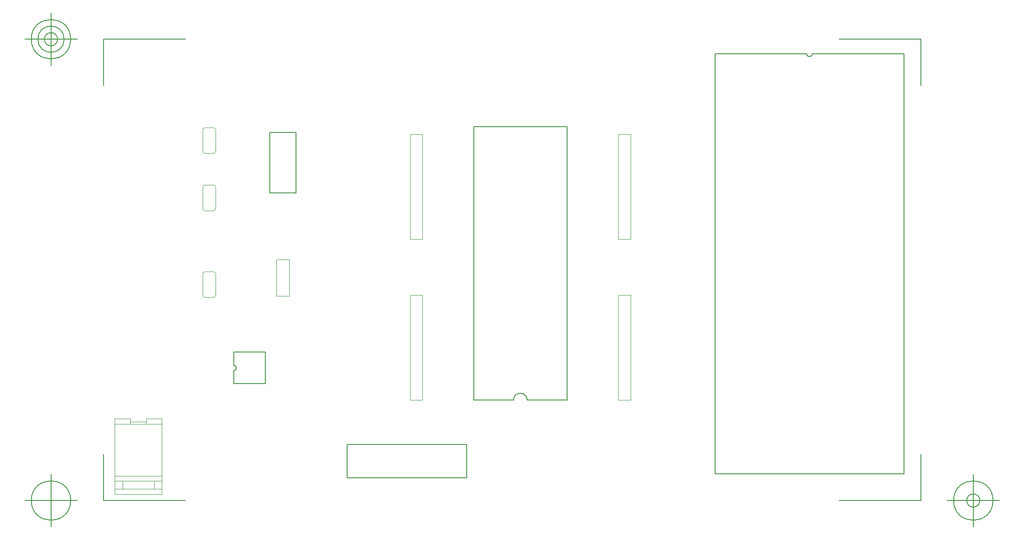
<source format=gbr>
G04 Generated by Ultiboard 13.0 *
%FSLAX24Y24*%
%MOIN*%

%ADD10C,0.0001*%
%ADD11C,0.0001*%
%ADD12C,0.0070*%
%ADD13C,0.0080*%
%ADD14C,0.0039*%
%ADD15C,0.0001*%
%ADD16C,0.0050*%


G04 ColorRGB 0000FF for the following layer *
%LN3D-Info Top*%
%LPD*%
G54D10*
G54D11*
X23560Y26540D02*
X22640Y26540D01*
X22640Y18660D01*
X23560Y18660D01*
X23560Y26540D01*
X39192Y26540D02*
X38272Y26540D01*
X38272Y18660D01*
X39192Y18660D01*
X39192Y26540D01*
X23560Y14462D02*
X22640Y14462D01*
X22640Y6582D01*
X23560Y6582D01*
X23560Y14462D01*
X39192Y14462D02*
X38272Y14462D01*
X38272Y6582D01*
X39192Y6582D01*
X39192Y14462D01*
G54D12*
X34416Y6604D02*
X34416Y27104D01*
X27416Y6604D02*
X27416Y27104D01*
X31416Y6604D02*
X31414Y6647D01*
X31408Y6691D01*
X31399Y6733D01*
X31386Y6775D01*
X31369Y6815D01*
X31349Y6854D01*
X31325Y6891D01*
X31299Y6925D01*
X31269Y6957D01*
X31237Y6987D01*
X31203Y7013D01*
X31166Y7037D01*
X31127Y7057D01*
X31087Y7074D01*
X31045Y7087D01*
X31003Y7096D01*
X30959Y7102D01*
X30916Y7104D01*
X30872Y7102D01*
X30829Y7096D01*
X30786Y7087D01*
X30745Y7074D01*
X30705Y7057D01*
X30666Y7037D01*
X30629Y7013D01*
X30594Y6987D01*
X30562Y6957D01*
X30533Y6925D01*
X30506Y6891D01*
X30483Y6854D01*
X30463Y6815D01*
X30446Y6775D01*
X30433Y6733D01*
X30423Y6691D01*
X30418Y6647D01*
X30416Y6604D01*
X31416Y6604D02*
X34416Y6604D01*
X30416Y6604D02*
X27416Y6604D01*
X34416Y27104D02*
X27416Y27104D01*
G54D13*
X45513Y32548D02*
X45513Y1052D01*
X59687Y1052D01*
X59687Y32548D01*
X52403Y32548D02*
X52404Y32531D01*
X52406Y32514D01*
X52410Y32497D01*
X52415Y32481D01*
X52422Y32465D01*
X52430Y32450D01*
X52439Y32435D01*
X52449Y32421D01*
X52461Y32409D01*
X52473Y32397D01*
X52487Y32387D01*
X52502Y32378D01*
X52517Y32370D01*
X52533Y32363D01*
X52549Y32358D01*
X52566Y32354D01*
X52583Y32352D01*
X52600Y32351D01*
X52617Y32352D01*
X52634Y32354D01*
X52651Y32358D01*
X52667Y32363D01*
X52683Y32370D01*
X52698Y32378D01*
X52713Y32387D01*
X52727Y32397D01*
X52739Y32409D01*
X52751Y32421D01*
X52761Y32435D01*
X52770Y32450D01*
X52778Y32465D01*
X52785Y32481D01*
X52790Y32497D01*
X52794Y32514D01*
X52796Y32531D01*
X52797Y32548D01*
X59687Y32548D02*
X52797Y32548D01*
X52403Y32548D02*
X45513Y32548D01*
X14081Y22136D02*
X14081Y26664D01*
X12113Y26664D01*
X12113Y22136D01*
X14081Y22136D01*
X9419Y7819D02*
X11781Y7819D01*
X11781Y10181D01*
X9419Y10181D01*
X9419Y8803D02*
X9436Y8804D01*
X9453Y8806D01*
X9470Y8810D01*
X9486Y8815D01*
X9502Y8822D01*
X9517Y8830D01*
X9532Y8839D01*
X9545Y8849D01*
X9558Y8861D01*
X9570Y8873D01*
X9580Y8887D01*
X9589Y8902D01*
X9597Y8917D01*
X9604Y8933D01*
X9609Y8949D01*
X9613Y8966D01*
X9615Y8983D01*
X9616Y9000D01*
X9615Y9017D01*
X9613Y9034D01*
X9609Y9051D01*
X9604Y9067D01*
X9597Y9083D01*
X9589Y9098D01*
X9580Y9113D01*
X9570Y9127D01*
X9558Y9139D01*
X9545Y9151D01*
X9532Y9161D01*
X9517Y9170D01*
X9502Y9178D01*
X9486Y9185D01*
X9470Y9190D01*
X9453Y9194D01*
X9436Y9196D01*
X9419Y9197D01*
X9419Y10181D02*
X9419Y9197D01*
X9419Y8803D02*
X9419Y7819D01*
X17910Y750D02*
X26890Y750D01*
X26890Y3250D01*
X17910Y3250D01*
X17910Y750D01*
G54D14*
X12611Y14381D02*
X13575Y14381D01*
X13575Y17137D01*
X12611Y17137D01*
X12611Y14381D01*
X7105Y16060D02*
X7105Y14446D01*
G75*
D01*
G03X7263Y14288I158J0*
G01*
X7893Y14288D01*
G75*
D01*
G03X8050Y14446I-1J158*
G01*
X8050Y16060D01*
G74*
D01*
G03X7893Y16217I157J0*
G01*
X7263Y16217D01*
G75*
D01*
G03X7105Y16060I-1J-157*
G01*
X7105Y22568D02*
X7105Y20954D01*
G75*
D01*
G03X7263Y20796I158J0*
G01*
X7893Y20796D01*
G75*
D01*
G03X8050Y20954I-1J158*
G01*
X8050Y22568D01*
G74*
D01*
G03X7893Y22725I157J0*
G01*
X7263Y22725D01*
G75*
D01*
G03X7105Y22568I-1J-157*
G01*
X7105Y26860D02*
X7105Y25246D01*
G75*
D01*
G03X7263Y25088I158J0*
G01*
X7893Y25088D01*
G75*
D01*
G03X8050Y25246I-1J158*
G01*
X8050Y26860D01*
G74*
D01*
G03X7893Y27017I157J0*
G01*
X7263Y27017D01*
G75*
D01*
G03X7105Y26860I-1J-157*
G01*
G54D15*
X1082Y-82D02*
X3445Y-82D01*
X3445Y509D01*
X1082Y509D01*
X1082Y-82D01*
X492Y4800D02*
X4035Y4800D01*
X4035Y-476D01*
X492Y-476D01*
X492Y4800D01*
X492Y509D02*
X4035Y509D01*
X4035Y902D01*
X492Y902D01*
X492Y509D01*
X492Y-82D02*
X4035Y-82D01*
X4035Y509D01*
X492Y509D01*
X492Y-82D01*
X492Y-476D02*
X4035Y-476D01*
X4035Y-82D01*
X492Y-82D01*
X492Y-476D01*
X492Y5194D02*
X1673Y5194D01*
X1673Y4800D01*
X492Y4800D01*
X492Y5194D01*
X2854Y5194D02*
X4035Y5194D01*
X4035Y4800D01*
X2854Y4800D01*
X2854Y5194D01*
X1673Y4800D02*
X2854Y4800D01*
X2854Y4957D01*
X1673Y4957D01*
X1673Y4800D01*
G54D16*
X-350Y-950D02*
X-350Y2510D01*
X-350Y-950D02*
X5780Y-950D01*
X60950Y-950D02*
X54820Y-950D01*
X60950Y-950D02*
X60950Y2510D01*
X60950Y33650D02*
X60950Y30190D01*
X60950Y33650D02*
X54820Y33650D01*
X-350Y33650D02*
X5780Y33650D01*
X-350Y33650D02*
X-350Y30190D01*
X-2319Y-950D02*
X-6256Y-950D01*
X-4287Y-2919D02*
X-4287Y1019D01*
X-5763Y-950D02*
G75*
D01*
G02X-5763Y-950I1476J0*
G01*
X62919Y-950D02*
X66856Y-950D01*
X64887Y-2919D02*
X64887Y1019D01*
X63411Y-950D02*
G75*
D01*
G02X63411Y-950I1476J0*
G01*
X64395Y-950D02*
G75*
D01*
G02X64395Y-950I492J0*
G01*
X-2319Y33650D02*
X-6256Y33650D01*
X-4287Y31681D02*
X-4287Y35619D01*
X-5763Y33650D02*
G75*
D01*
G02X-5763Y33650I1476J0*
G01*
X-5271Y33650D02*
G75*
D01*
G02X-5271Y33650I984J0*
G01*
X-4779Y33650D02*
G75*
D01*
G02X-4779Y33650I492J0*
G01*

M02*

</source>
